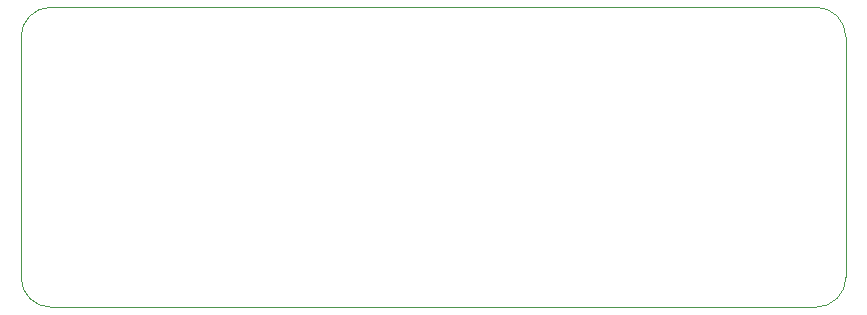
<source format=gbr>
%TF.GenerationSoftware,KiCad,Pcbnew,(5.1.12)-1*%
%TF.CreationDate,2021-11-30T21:20:58-06:00*%
%TF.ProjectId,Current_Sense,43757272-656e-4745-9f53-656e73652e6b,rev?*%
%TF.SameCoordinates,Original*%
%TF.FileFunction,Profile,NP*%
%FSLAX46Y46*%
G04 Gerber Fmt 4.6, Leading zero omitted, Abs format (unit mm)*
G04 Created by KiCad (PCBNEW (5.1.12)-1) date 2021-11-30 21:20:58*
%MOMM*%
%LPD*%
G01*
G04 APERTURE LIST*
%TA.AperFunction,Profile*%
%ADD10C,0.050000*%
%TD*%
G04 APERTURE END LIST*
D10*
X127000000Y-76200000D02*
X127000000Y-96520000D01*
X124460000Y-73660000D02*
G75*
G02*
X127000000Y-76200000I0J-2540000D01*
G01*
X127000000Y-96520000D02*
G75*
G02*
X124460000Y-99060000I-2540000J0D01*
G01*
X59690000Y-99060000D02*
X124460000Y-99060000D01*
X59690000Y-73660000D02*
X124460000Y-73660000D01*
X57150000Y-96520000D02*
X57150000Y-76200000D01*
X57150000Y-76200000D02*
G75*
G02*
X59690000Y-73660000I2540000J0D01*
G01*
X59690000Y-99060000D02*
G75*
G02*
X57150000Y-96520000I0J2540000D01*
G01*
M02*

</source>
